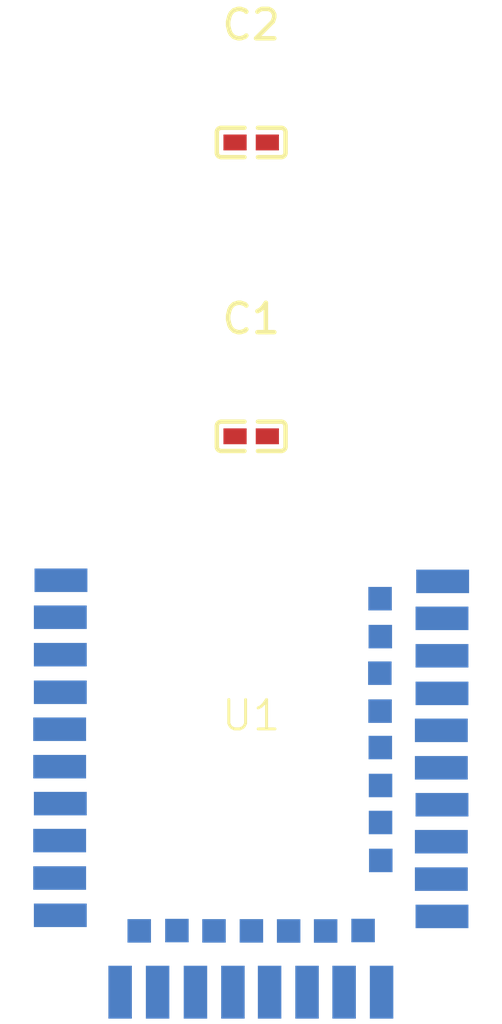
<source format=kicad_pcb>
(kicad_pcb (version 20241229) (generator "atopile") (generator_version "0.12.4")
  (layers (0 "F.Cu" signal) (31 "B.Cu" signal) (34 "B.Paste" user) (35 "F.Paste" user) (36 "B.SilkS" user "B.Silkscreen") (37 "F.SilkS" user "F.Silkscreen") (38 "B.Mask" user) (39 "F.Mask" user) (44 "Edge.Cuts" user))
  (net 0 "")
  (net 1 "MISO")
  (net 2 "P1_13")
  (net 3 "MOSI")
  (net 4 "USB_D_P")
  (net 5 "XL2")
  (net 6 "P1_12")
  (net 7 "XL1")
  (net 8 "P0_13")
  (net 9 "RX")
  (net 10 "AI2")
  (net 11 "AI4")
  (net 12 "P1_15")
  (net 13 "GND")
  (net 14 "NF1")
  (net 15 "P0_03")
  (net 16 "AI6")
  (net 17 "P1_10")
  (net 18 "AI0")
  (net 19 "P1_09")
  (net 20 "NF2")
  (net 21 "SWD_RESET")
  (net 22 "TX")
  (net 23 "AI3")
  (net 24 "P1_02")
  (net 25 "USB_D_N")
  (net 26 "P1_17")
  (net 27 "SCLK")
  (net 28 "SWD_SWO")
  (net 29 "AI7")
  (net 30 "P1_04")
  (net 31 "power_vbs-VCC")
  (net 32 "P1_11")
  (net 33 "SWD_CLK")
  (net 34 "power_vdh-VCC")
  (net 35 "SCL")
  (net 36 "P1_06")
  (net 37 "DCH")
  (net 38 "SDA")
  (net 39 "SWD_DIO")
  (net 40 "AI5")
  (footprint "E73-2G4M08S1CX:E73-2G4M08S1CX" (layer "F.Cu") (at 0 0 0)
    (property "Reference" "U1" (at 0 -0.5 0) (layer "F.SilkS") (hide no) (effects (font (thickness 0.1))))
    (property "Value" "")
    (pad "1" smd rect (at -6.477699 -5.101014 0) (size 1.8 0.8) (layers "*.Mask" "B.Cu") (net 32 "P1_11"))
    (pad "2" smd rect (at -6.5 -3.842978 0) (size 1.8 0.8) (layers "*.Mask" "B.Cu") (net 17 "P1_10"))
    (pad "3" smd rect (at -6.5 -2.569058 0) (size 1.8 0.8) (layers "*.Mask" "B.Cu") (net 15 "P0_03"))
    (pad "4" smd rect (at -6.5 -1.289483 0) (size 1.8 0.8) (layers "*.Mask" "B.Cu") (net 11 "AI4"))
    (pad "5" smd rect (at -6.522301 -0.031447 0) (size 1.8 0.8) (layers "*.Mask" "B.Cu") (net 13 "GND"))
    (pad "6" smd rect (at -6.522301 1.242473 0) (size 1.8 0.8) (layers "*.Mask" "B.Cu") (net 2 "P1_13"))
    (pad "7" smd rect (at -6.5 2.5 0) (size 1.8 0.8) (layers "*.Mask" "B.Cu") (net 18 "AI0"))
    (pad "8" smd rect (at -6.522301 3.758036 0) (size 1.8 0.8) (layers "*.Mask" "B.Cu") (net 40 "AI5"))
    (pad "9" smd rect (at -6.522301 5.031956 0) (size 1.8 0.8) (layers "*.Mask" "B.Cu") (net 29 "AI7"))
    (pad "10" smd rect (at -6.5 6.300786 0) (size 1.8 0.8) (layers "*.Mask" "B.Cu") (net 16 "AI6"))
    (pad "11" smd rect (at -4.462544 8.916607 0) (size 0.8 1.8) (layers "*.Mask" "B.Cu") (net 7 "XL1"))
    (pad "12" smd rect (at -3.812719 6.830205 0) (size 0.8 0.8) (layers "*.Mask" "B.Cu") (net 35 "SCL"))
    (pad "13" smd rect (at -3.186925 8.916607 0) (size 0.8 1.8) (layers "*.Mask" "B.Cu") (net 5 "XL2"))
    (pad "14" smd rect (at -2.529435 6.820179 0) (size 0.8 0.8) (layers "*.Mask" "B.Cu") (net 38 "SDA"))
    (pad "15" smd rect (at -1.897878 8.916607 0) (size 0.8 1.8) (layers "*.Mask" "B.Cu") (net 23 "AI3"))
    (pad "16" smd rect (at -1.266202 6.830205 0) (size 0.8 0.8) (layers "*.Mask" "B.Cu") (net 9 "RX"))
    (pad "17" smd rect (at -0.622259 8.916607 0) (size 0.8 1.8) (layers "*.Mask" "B.Cu") (net 19 "P1_09"))
    (pad "18" smd rect (at 0.007055 6.830205 0) (size 0.8 0.8) (layers "*.Mask" "B.Cu") (net 10 "AI2"))
    (pad "19" smd rect (at 0.626505 8.916607 0) (size 0.8 1.8) (layers "*.Mask" "B.Cu") (net 34 "power_vdh-VCC"))
    (pad "20" smd rect (at 1.275635 6.833645 0) (size 0.8 0.8) (layers "*.Mask" "B.Cu") (net 6 "P1_12"))
    (pad "21" smd rect (at 1.902124 8.916607 0) (size 0.8 1.8) (layers "*.Mask" "B.Cu") (net 13 "GND"))
    (pad "22" smd rect (at 2.535179 6.833645 0) (size 0.8 0.8) (layers "*.Mask" "B.Cu") (net 22 "TX"))
    (pad "23" smd rect (at 3.164316 8.916607 0) (size 0.8 1.8) (layers "*.Mask" "B.Cu") (net 34 "power_vdh-VCC"))
    (pad "24" smd rect (at 3.810567 6.817801 0) (size 0.8 0.8) (layers "*.Mask" "B.Cu") (net 13 "GND"))
    (pad "25" smd rect (at 4.439935 8.916607 0) (size 0.8 1.8) (layers "*.Mask" "B.Cu") (net 37 "DCH"))
    (pad "26" smd rect (at 6.497224 6.338504 0) (size 1.8 0.8) (layers "*.Mask" "B.Cu") (net 21 "SWD_RESET"))
    (pad "27" smd rect (at 6.474923 5.069674 0) (size 1.8 0.8) (layers "*.Mask" "B.Cu") (net 31 "power_vbs-VCC"))
    (pad "28" smd rect (at 4.412614 4.43338 0) (size 0.8 0.8) (layers "*.Mask" "B.Cu") (net 12 "P1_15"))
    (pad "29" smd rect (at 6.474923 3.795754 0) (size 1.8 0.8) (layers "*.Mask" "B.Cu") (net 25 "USB_D_N"))
    (pad "30" smd rect (at 4.404692 3.142149 0) (size 0.8 0.8) (layers "*.Mask" "B.Cu") (net 26 "P1_17"))
    (pad "31" smd rect (at 6.497224 2.537718 0) (size 1.8 0.8) (layers "*.Mask" "B.Cu") (net 4 "USB_D_P"))
    (pad "32" smd rect (at 4.404692 1.882604 0) (size 0.8 0.8) (layers "*.Mask" "B.Cu") (net 3 "MOSI"))
    (pad "33" smd rect (at 6.474923 1.280191 0) (size 1.8 0.8) (layers "*.Mask" "B.Cu") (net 8 "P0_13"))
    (pad "34" smd rect (at 4.39677 0.591373 0) (size 0.8 0.8) (layers "*.Mask" "B.Cu") (net 27 "SCLK"))
    (pad "35" smd rect (at 6.474923 0.006271 0) (size 1.8 0.8) (layers "*.Mask" "B.Cu") (net 1 "MISO"))
    (pad "36" smd rect (at 4.388828 -0.647577 0) (size 0.8 0.8) (layers "*.Mask" "B.Cu") (net 28 "SWD_SWO"))
    (pad "37" smd rect (at 6.497224 -1.251765 0) (size 1.8 0.8) (layers "*.Mask" "B.Cu") (net 39 "SWD_DIO"))
    (pad "38" smd rect (at 4.380906 -1.938808 0) (size 0.8 0.8) (layers "*.Mask" "B.Cu") (net 24 "P1_02"))
    (pad "39" smd rect (at 6.497224 -2.53134 0) (size 1.8 0.8) (layers "*.Mask" "B.Cu") (net 33 "SWD_CLK"))
    (pad "40" smd rect (at 4.396679 -3.183632 0) (size 0.8 0.8) (layers "*.Mask" "B.Cu") (net 30 "P1_04"))
    (pad "41" smd rect (at 6.497224 -3.80526 0) (size 1.8 0.8) (layers "*.Mask" "B.Cu") (net 14 "NF1"))
    (pad "42" smd rect (at 4.388757 -4.474863 0) (size 0.8 0.8) (layers "*.Mask" "B.Cu") (net 36 "P1_06"))
    (pad "43" smd rect (at 6.519525 -5.063296 0) (size 1.8 0.8) (layers "*.Mask" "B.Cu") (net 20 "NF2"))
  )
  (footprint "FOJAN_FCC0402B104K160AT:C0402" (layer "F.Cu") (at 0 -10 0)
    (property "Reference" "C1" (at 0 -4 0) (layer "F.SilkS") (hide no))
    (property "Value" "100nF ±10% 16V X7R")
    (fp_line (start 1.02 -0.5) (end 0.23 -0.5) (stroke (width 0.15)) (layer "F.SilkS"))
    (fp_line (start 0.23 0.5) (end 1.02 0.5) (stroke (width 0.15)) (layer "F.SilkS"))
    (fp_line (start 1.17 0.35) (end 1.17 -0.35) (stroke (width 0.15)) (layer "F.SilkS"))
    (fp_line (start -1.02 -0.5) (end -0.23 -0.5) (stroke (width 0.15)) (layer "F.SilkS"))
    (fp_line (start -0.23 0.5) (end -1.02 0.5) (stroke (width 0.15)) (layer "F.SilkS"))
    (fp_line (start -1.17 0.35) (end -1.17 -0.35) (stroke (width 0.15)) (layer "F.SilkS"))
    (fp_arc (start 1.17 0.35) (mid 1.1260660171779822 0.456066017177982) (end 1.02 0.4999999999999999) (stroke (width 0.15)) (layer "F.SilkS"))
    (fp_arc (start 1.02 -0.5) (mid 1.1260660171779822 -0.4560660171779821) (end 1.17 -0.35) (stroke (width 0.15)) (layer "F.SilkS"))
    (fp_arc (start -1.17 0.35) (mid -1.1260660171779822 0.456066017177982) (end -1.02 0.4999999999999999) (stroke (width 0.15)) (layer "F.SilkS"))
    (fp_arc (start -1.02 -0.5) (mid -1.1260660171779822 -0.4560660171779821) (end -1.17 -0.35) (stroke (width 0.15)) (layer "F.SilkS"))
    (fp_text user "${REFERENCE}" (at 0 -4 0) (layer "F.SilkS"))
    (pad "2" smd rect (at 0.55 0 0) (size 0.79 0.54) (layers "F.Cu" "F.Paste" "F.Mask") (net 13 "GND"))
    (pad "1" smd rect (at -0.55 0 0) (size 0.79 0.54) (layers "F.Cu" "F.Paste" "F.Mask") (net 34 "power_vdh-VCC"))
  )
  (footprint "FOJAN_FCC0402B104K160AT:C0402" (layer "F.Cu") (at 0 -20 0)
    (property "Reference" "C2" (at 0 -4 0) (layer "F.SilkS") (hide no))
    (property "Value" "100nF ±10% 16V X7R")
    (fp_line (start 1.02 -0.5) (end 0.23 -0.5) (stroke (width 0.15)) (layer "F.SilkS"))
    (fp_line (start 0.23 0.5) (end 1.02 0.5) (stroke (width 0.15)) (layer "F.SilkS"))
    (fp_line (start 1.17 0.35) (end 1.17 -0.35) (stroke (width 0.15)) (layer "F.SilkS"))
    (fp_line (start -1.02 -0.5) (end -0.23 -0.5) (stroke (width 0.15)) (layer "F.SilkS"))
    (fp_line (start -0.23 0.5) (end -1.02 0.5) (stroke (width 0.15)) (layer "F.SilkS"))
    (fp_line (start -1.17 0.35) (end -1.17 -0.35) (stroke (width 0.15)) (layer "F.SilkS"))
    (fp_arc (start 1.17 0.35) (mid 1.1260660171779822 0.456066017177982) (end 1.02 0.4999999999999999) (stroke (width 0.15)) (layer "F.SilkS"))
    (fp_arc (start 1.02 -0.5) (mid 1.1260660171779822 -0.4560660171779821) (end 1.17 -0.35) (stroke (width 0.15)) (layer "F.SilkS"))
    (fp_arc (start -1.17 0.35) (mid -1.1260660171779822 0.456066017177982) (end -1.02 0.4999999999999999) (stroke (width 0.15)) (layer "F.SilkS"))
    (fp_arc (start -1.02 -0.5) (mid -1.1260660171779822 -0.4560660171779821) (end -1.17 -0.35) (stroke (width 0.15)) (layer "F.SilkS"))
    (fp_text user "${REFERENCE}" (at 0 -4 0) (layer "F.SilkS"))
    (pad "2" smd rect (at 0.55 0 0) (size 0.79 0.54) (layers "F.Cu" "F.Paste" "F.Mask") (net 13 "GND"))
    (pad "1" smd rect (at -0.55 0 0) (size 0.79 0.54) (layers "F.Cu" "F.Paste" "F.Mask") (net 34 "power_vdh-VCC"))
  )
)
</source>
